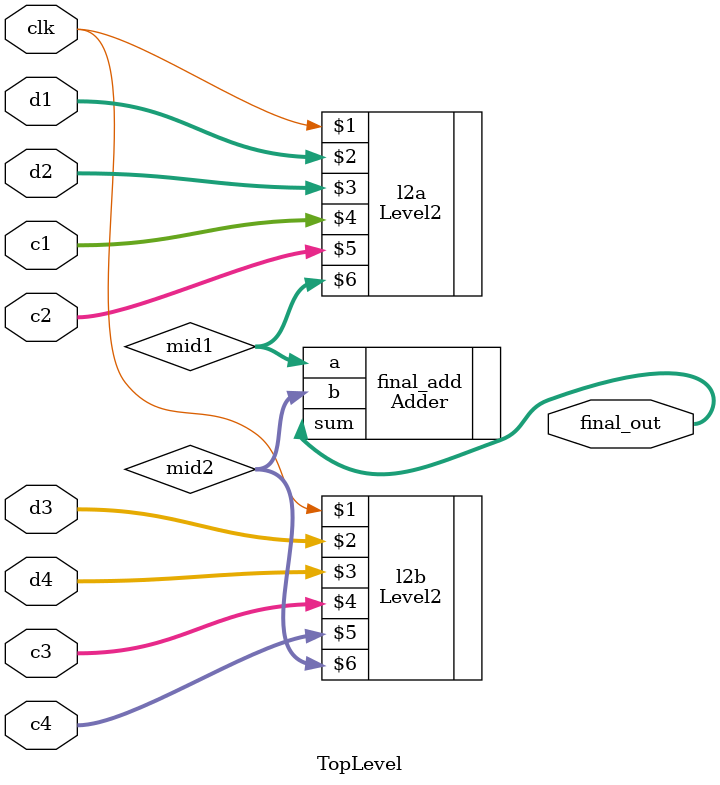
<source format=v>
/*********************************************************************************
***
***  ECE 526L Experiment #8                           Hasin_Abrar, Sring 2025  ***         
***
**********************************************************************************
***   File name: top.v                   Created by Hasin_Abrar 04/28/2025  ***
***                                                                            ***
*********************************************************************************/
`timescale 1ns/1ns

module TopLevel #(parameter WIDTH = 4)(
    input clk,
    input [WIDTH-1:0] d1, d2, d3, d4,
    input [WIDTH-1:0] c1, c2, c3, c4,
    output [2*WIDTH+1:0] final_out
);

wire [2*WIDTH:0] mid1, mid2;

Level2 #(WIDTH) l2a(clk, d1, d2, c1, c2, mid1);
Level2 #(WIDTH) l2b(clk, d3, d4, c3, c4, mid2);

Adder #(2*WIDTH+1) final_add (
    .a(mid1),
    .b(mid2),
    .sum(final_out)
);

endmodule

</source>
